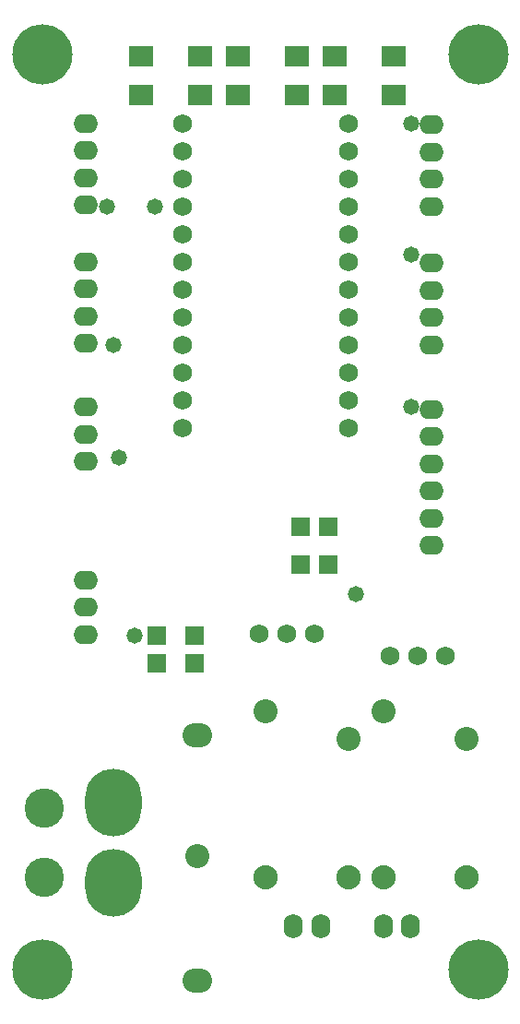
<source format=gts>
G04 Layer_Color=8388736*
%FSLAX25Y25*%
%MOIN*%
G70*
G01*
G75*
%ADD29R,0.08674X0.07493*%
%ADD30R,0.06706X0.06706*%
%ADD31R,0.06706X0.06706*%
%ADD32O,0.10642X0.08674*%
%ADD33C,0.08674*%
%ADD34O,0.06800X0.08800*%
%ADD35C,0.21745*%
%ADD36C,0.08800*%
%ADD37C,0.06800*%
%ADD38O,0.20485X0.24422*%
%ADD39C,0.14186*%
%ADD40O,0.08800X0.06800*%
%ADD41C,0.05800*%
D29*
X117500Y341870D02*
D03*
Y327697D02*
D03*
X138760D02*
D03*
Y341870D02*
D03*
X82500D02*
D03*
Y327697D02*
D03*
X103760D02*
D03*
Y341870D02*
D03*
X47500D02*
D03*
Y327697D02*
D03*
X68760D02*
D03*
Y341870D02*
D03*
D30*
X115000Y171890D02*
D03*
Y158110D02*
D03*
X105000Y158110D02*
D03*
Y171890D02*
D03*
D31*
X53110Y122500D02*
D03*
X66890D02*
D03*
X66890Y132500D02*
D03*
X53110D02*
D03*
D32*
X67638Y96614D02*
D03*
Y7638D02*
D03*
D33*
Y52638D02*
D03*
X92500Y105000D02*
D03*
X122500Y95000D02*
D03*
X135000Y105000D02*
D03*
X165000Y95000D02*
D03*
D34*
X144843Y27500D02*
D03*
X135000D02*
D03*
X112343D02*
D03*
X102500D02*
D03*
D35*
X11811Y342520D02*
D03*
X169291D02*
D03*
X11811Y11811D02*
D03*
X169291Y11811D02*
D03*
D36*
X122500Y45000D02*
D03*
X92500D02*
D03*
X165000D02*
D03*
X135000D02*
D03*
D37*
X137500Y125000D02*
D03*
X147500D02*
D03*
X157500D02*
D03*
X90000Y133000D02*
D03*
X100000D02*
D03*
X110000D02*
D03*
X62500Y317500D02*
D03*
Y307500D02*
D03*
Y297500D02*
D03*
Y287500D02*
D03*
Y277500D02*
D03*
Y267500D02*
D03*
Y257500D02*
D03*
Y247500D02*
D03*
Y237500D02*
D03*
Y227500D02*
D03*
Y217500D02*
D03*
Y207500D02*
D03*
X122500D02*
D03*
Y217500D02*
D03*
Y227500D02*
D03*
Y237500D02*
D03*
Y247500D02*
D03*
Y257500D02*
D03*
Y267500D02*
D03*
Y277500D02*
D03*
Y287500D02*
D03*
Y297500D02*
D03*
Y307500D02*
D03*
Y317500D02*
D03*
D38*
X37500Y43031D02*
D03*
Y71969D02*
D03*
D39*
X12500Y70000D02*
D03*
Y45000D02*
D03*
D40*
X27500Y132815D02*
D03*
Y142657D02*
D03*
Y152500D02*
D03*
X152500Y267028D02*
D03*
Y257185D02*
D03*
Y247342D02*
D03*
Y237500D02*
D03*
Y317028D02*
D03*
Y307185D02*
D03*
Y297342D02*
D03*
Y287500D02*
D03*
X27500Y237972D02*
D03*
Y247815D02*
D03*
Y257658D02*
D03*
Y267500D02*
D03*
Y287972D02*
D03*
Y297815D02*
D03*
Y307658D02*
D03*
Y317500D02*
D03*
X152500Y214213D02*
D03*
Y204370D02*
D03*
Y194528D02*
D03*
Y184685D02*
D03*
Y174843D02*
D03*
Y165000D02*
D03*
X27500Y195315D02*
D03*
Y205157D02*
D03*
Y215000D02*
D03*
D41*
X145000Y317500D02*
D03*
Y270000D02*
D03*
X52500Y287500D02*
D03*
X35000D02*
D03*
X145000Y215000D02*
D03*
X37500Y237500D02*
D03*
X125000Y147500D02*
D03*
X45000Y132500D02*
D03*
X39370Y196850D02*
D03*
M02*

</source>
